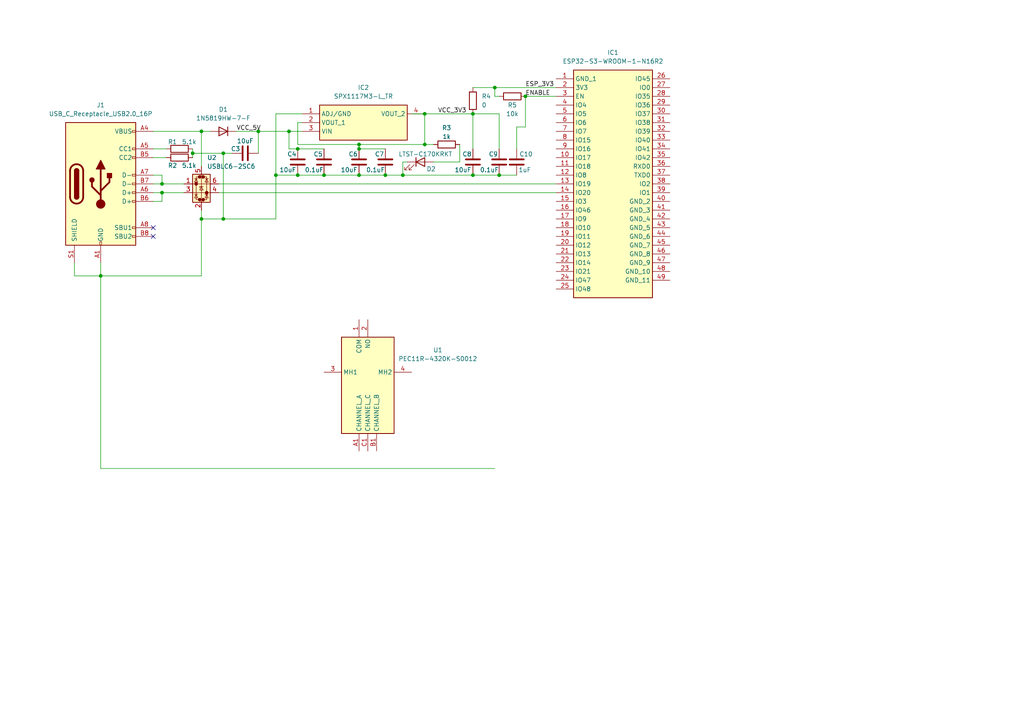
<source format=kicad_sch>
(kicad_sch (version 20250114) (generator "eeschema") (generator_version "9.0")
  (paper "A4")
  (lib_symbols
    (symbol "Connector:USB_C_Receptacle_USB2.0_16P" (pin_names (offset 1.016))
      (property "Reference" "J" (at 0 22.225 0))
      (property "Value" "USB_C_Receptacle_USB2.0_16P" (at 0 19.685 0))
      (symbol "USB_C_Receptacle_USB2.0_16P_0_0"
        (rectangle (start -0.254 -17.78) (end 0.254 -16.764))
        (rectangle (start 10.16 15.494) (end 9.144 14.986))
        (rectangle (start 10.16 10.414) (end 9.144 9.906))
        (rectangle (start 10.16 7.874) (end 9.144 7.366))
        (rectangle (start 10.16 2.794) (end 9.144 2.286))
        (rectangle (start 10.16 0.254) (end 9.144 -0.254))
        (rectangle (start 10.16 -2.286) (end 9.144 -2.794))
        (rectangle (start 10.16 -4.826) (end 9.144 -5.334))
        (rectangle (start 10.16 -12.446) (end 9.144 -12.954))
        (rectangle (start 10.16 -14.986) (end 9.144 -15.494))
      )
      (symbol "USB_C_Receptacle_USB2.0_16P_0_1"
        (rectangle (start -10.16 17.78) (end 10.16 -17.78) (stroke (width 0.254)) (fill (type background)))
        (polyline (pts (xy -8.89 -3.81) (xy -8.89 3.81)) (stroke (width 0.508)))
        (rectangle (start -7.62 -3.81) (end -6.35 3.81) (stroke (width 0.254)) (fill (type outline)))
        (arc (start -7.62 3.81) (mid -6.985 4.4423) (end -6.35 3.81) (stroke (width 0.254)))
        (arc (start -7.62 3.81) (mid -6.985 4.4423) (end -6.35 3.81) (stroke (width 0.254)) (fill (type outline)))
        (arc (start -8.89 3.81) (mid -6.985 5.7067) (end -5.08 3.81) (stroke (width 0.508)))
        (arc (start -5.08 -3.81) (mid -6.985 -5.7067) (end -8.89 -3.81) (stroke (width 0.508)))
        (arc (start -6.35 -3.81) (mid -6.985 -4.4423) (end -7.62 -3.81) (stroke (width 0.254)))
        (arc (start -6.35 -3.81) (mid -6.985 -4.4423) (end -7.62 -3.81) (stroke (width 0.254)) (fill (type outline)))
        (polyline (pts (xy -5.08 3.81) (xy -5.08 -3.81)) (stroke (width 0.508)))
        (circle (center -2.54 1.143) (radius 0.635) (stroke (width 0.254)) (fill (type outline)))
        (polyline (pts (xy -1.27 4.318) (xy 0 6.858) (xy 1.27 4.318) (xy -1.27 4.318)) (stroke (width 0.254)) (fill (type outline)))
        (polyline (pts (xy 0 -2.032) (xy 2.54 0.508) (xy 2.54 1.778)) (stroke (width 0.508)))
        (polyline (pts (xy 0 -3.302) (xy -2.54 -0.762) (xy -2.54 0.508)) (stroke (width 0.508)))
        (polyline (pts (xy 0 -5.842) (xy 0 4.318)) (stroke (width 0.508)))
        (circle (center 0 -5.842) (radius 1.27) (fill (type outline)))
        (rectangle (start 1.905 1.778) (end 3.175 3.048) (stroke (width 0.254)) (fill (type outline)))
      )
      (symbol "USB_C_Receptacle_USB2.0_16P_1_1"
        (pin passive line (at -7.62 -22.86 90) (length 5.08) (name "SHIELD") (number "S1"))
        (pin passive line (at 0 -22.86 90) (length 5.08) (name "GND") (number "A1"))
        (pin passive line (at 0 -22.86 90) (length 5.08) (hide yes) (name "GND") (number "A12"))
        (pin passive line (at 0 -22.86 90) (length 5.08) (hide yes) (name "GND") (number "B1"))
        (pin passive line (at 0 -22.86 90) (length 5.08) (hide yes) (name "GND") (number "B12"))
        (pin passive line (at 15.24 15.24 180) (length 5.08) (name "VBUS") (number "A4"))
        (pin passive line (at 15.24 15.24 180) (length 5.08) (hide yes) (name "VBUS") (number "A9"))
        (pin passive line (at 15.24 15.24 180) (length 5.08) (hide yes) (name "VBUS") (number "B4"))
        (pin passive line (at 15.24 15.24 180) (length 5.08) (hide yes) (name "VBUS") (number "B9"))
        (pin bidirectional line (at 15.24 10.16 180) (length 5.08) (name "CC1") (number "A5"))
        (pin bidirectional line (at 15.24 7.62 180) (length 5.08) (name "CC2") (number "B5"))
        (pin bidirectional line (at 15.24 2.54 180) (length 5.08) (name "D-") (number "A7"))
        (pin bidirectional line (at 15.24 0 180) (length 5.08) (name "D-") (number "B7"))
        (pin bidirectional line (at 15.24 -2.54 180) (length 5.08) (name "D+") (number "A6"))
        (pin bidirectional line (at 15.24 -5.08 180) (length 5.08) (name "D+") (number "B6"))
        (pin bidirectional line (at 15.24 -12.7 180) (length 5.08) (name "SBU1") (number "A8"))
        (pin bidirectional line (at 15.24 -15.24 180) (length 5.08) (name "SBU2") (number "B8"))
      )
    )
    (symbol "Device:C" (pin_numbers (hide yes)) (pin_names (offset 0.254))
      (property "Reference" "C" (at 0.635 2.54 0))
      (property "Value" "C" (at 0.635 -2.54 0))
      (symbol "C_0_1"
        (polyline (pts (xy -2.032 0.762) (xy 2.032 0.762)) (stroke (width 0.508)))
        (polyline (pts (xy -2.032 -0.762) (xy 2.032 -0.762)) (stroke (width 0.508)))
      )
      (symbol "C_1_1"
        (pin passive line (at 0 3.81 270) (length 2.794) (name "~") (number "1"))
        (pin passive line (at 0 -3.81 90) (length 2.794) (name "~") (number "2"))
      )
    )
    (symbol "Device:D" (pin_numbers (hide yes)) (pin_names (offset 1.016) (hide yes))
      (property "Reference" "D" (at 0 2.54 0))
      (property "Value" "D" (at 0 -2.54 0))
      (symbol "D_0_1"
        (polyline (pts (xy -1.27 1.27) (xy -1.27 -1.27)) (stroke (width 0.254)))
        (polyline (pts (xy 1.27 1.27) (xy 1.27 -1.27) (xy -1.27 0) (xy 1.27 1.27)) (stroke (width 0.254)))
        (polyline (pts (xy 1.27 0) (xy -1.27 0)))
      )
      (symbol "D_1_1"
        (pin passive line (at -3.81 0 0) (length 2.54) (name "K") (number "1"))
        (pin passive line (at 3.81 0 180) (length 2.54) (name "A") (number "2"))
      )
    )
    (symbol "Device:LED" (pin_numbers (hide yes)) (pin_names (offset 1.016) (hide yes))
      (property "Reference" "D" (at 0 2.54 0))
      (property "Value" "LED" (at 0 -2.54 0))
      (symbol "LED_0_1"
        (polyline (pts (xy -3.048 -0.762) (xy -4.572 -2.286) (xy -3.81 -2.286) (xy -4.572 -2.286) (xy -4.572 -1.524)))
        (polyline (pts (xy -1.778 -0.762) (xy -3.302 -2.286) (xy -2.54 -2.286) (xy -3.302 -2.286) (xy -3.302 -1.524)))
        (polyline (pts (xy -1.27 0) (xy 1.27 0)))
        (polyline (pts (xy -1.27 -1.27) (xy -1.27 1.27)) (stroke (width 0.254)))
        (polyline (pts (xy 1.27 -1.27) (xy 1.27 1.27) (xy -1.27 0) (xy 1.27 -1.27)) (stroke (width 0.254)))
      )
      (symbol "LED_1_1"
        (pin passive line (at -3.81 0 0) (length 2.54) (name "K") (number "1"))
        (pin passive line (at 3.81 0 180) (length 2.54) (name "A") (number "2"))
      )
    )
    (symbol "Device:R" (pin_numbers (hide yes)) (pin_names (offset 0))
      (property "Reference" "R" (at 2.032 0 90))
      (property "Value" "R" (at 0 0 90))
      (symbol "R_0_1"
        (rectangle (start -1.016 -2.54) (end 1.016 2.54) (stroke (width 0.254)))
      )
      (symbol "R_1_1"
        (pin passive line (at 0 3.81 270) (length 1.27) (name "~") (number "1"))
        (pin passive line (at 0 -3.81 90) (length 1.27) (name "~") (number "2"))
      )
    )
    (symbol "Power_Protection:USBLC6-2SC6" (pin_names (hide yes))
      (property "Reference" "U" (at 0.635 5.715 0))
      (property "Value" "USBLC6-2SC6" (at 0.635 3.81 0))
      (symbol "USBLC6-2SC6_0_0"
        (circle (center -1.524 0) (radius 0.0001) (stroke (width 0.508)))
        (circle (center -0.508 2.032) (radius 0.0001) (stroke (width 0.508)))
        (circle (center -0.508 -4.572) (radius 0.0001) (stroke (width 0.508)))
        (circle (center 0.508 2.032) (radius 0.0001) (stroke (width 0.508)))
        (circle (center 0.508 -4.572) (radius 0.0001) (stroke (width 0.508)))
        (circle (center 1.524 -2.54) (radius 0.0001) (stroke (width 0.508)))
      )
      (symbol "USBLC6-2SC6_0_1"
        (polyline (pts (xy -2.54 0) (xy 2.54 0)))
        (polyline (pts (xy -2.54 -2.54) (xy 2.54 -2.54)))
        (polyline (pts (xy -2.032 0.508) (xy -1.016 0.508) (xy -1.524 1.524) (xy -2.032 0.508)))
        (polyline (pts (xy -2.032 -3.048) (xy -1.016 -3.048)))
        (polyline (pts (xy -1.016 1.524) (xy -2.032 1.524)))
        (polyline (pts (xy -1.016 -4.064) (xy -2.032 -4.064) (xy -1.524 -3.048) (xy -1.016 -4.064)))
        (polyline (pts (xy -0.508 -1.143) (xy -0.508 -0.762) (xy 0.508 -0.762)))
        (polyline (pts (xy 0 2.54) (xy -0.508 2.032) (xy 0.508 2.032) (xy 0 1.524) (xy 0 -4.064) (xy -0.508 -4.572) (xy 0.508 -4.572) (xy 0 -5.08)))
        (polyline (pts (xy 0.508 -1.778) (xy -0.508 -1.778) (xy 0 -0.762) (xy 0.508 -1.778)))
        (polyline (pts (xy 1.016 1.524) (xy 2.032 1.524)))
        (polyline (pts (xy 1.016 -3.048) (xy 2.032 -3.048)))
        (polyline (pts (xy 2.032 0.508) (xy 1.016 0.508) (xy 1.524 1.524) (xy 2.032 0.508)))
        (polyline (pts (xy 2.032 -4.064) (xy 1.016 -4.064) (xy 1.524 -3.048) (xy 2.032 -4.064)))
      )
      (symbol "USBLC6-2SC6_1_1"
        (rectangle (start -2.54 2.794) (end 2.54 -5.334) (stroke (width 0.254)) (fill (type background)))
        (polyline (pts (xy -0.508 2.032) (xy -1.524 2.032) (xy -1.524 -4.572) (xy -0.508 -4.572)))
        (polyline (pts (xy 0.508 -4.572) (xy 1.524 -4.572) (xy 1.524 2.032) (xy 0.508 2.032)))
        (pin passive line (at -5.08 0 0) (length 2.54) (name "I/O1") (number "1"))
        (pin passive line (at -5.08 -2.54 0) (length 2.54) (name "I/O2") (number "3"))
        (pin passive line (at 0 5.08 270) (length 2.54) (name "VBUS") (number "5"))
        (pin passive line (at 0 -7.62 90) (length 2.54) (name "GND") (number "2"))
        (pin passive line (at 5.08 0 180) (length 2.54) (name "I/O1") (number "6"))
        (pin passive line (at 5.08 -2.54 180) (length 2.54) (name "I/O2") (number "4"))
      )
    )
    (symbol "SamacSys_Parts:ESP32-S3-WROOM-1-N16R2"
      (property "Reference" "IC" (at 29.21 7.62 0))
      (property "Value" "ESP32-S3-WROOM-1-N16R2" (at 29.21 5.08 0))
      (symbol "ESP32-S3-WROOM-1-N16R2_1_1"
        (rectangle (start 5.08 2.54) (end 27.94 -63.5) (stroke (width 0.254)) (fill (type background)))
        (pin passive line (at 0 0 0) (length 5.08) (name "GND_1") (number "1"))
        (pin passive line (at 0 -2.54 0) (length 5.08) (name "3V3") (number "2"))
        (pin passive line (at 0 -5.08 0) (length 5.08) (name "EN") (number "3"))
        (pin passive line (at 0 -7.62 0) (length 5.08) (name "IO4") (number "4"))
        (pin passive line (at 0 -10.16 0) (length 5.08) (name "IO5") (number "5"))
        (pin passive line (at 0 -12.7 0) (length 5.08) (name "IO6") (number "6"))
        (pin passive line (at 0 -15.24 0) (length 5.08) (name "IO7") (number "7"))
        (pin passive line (at 0 -17.78 0) (length 5.08) (name "IO15") (number "8"))
        (pin passive line (at 0 -20.32 0) (length 5.08) (name "IO16") (number "9"))
        (pin passive line (at 0 -22.86 0) (length 5.08) (name "IO17") (number "10"))
        (pin passive line (at 0 -25.4 0) (length 5.08) (name "IO18") (number "11"))
        (pin passive line (at 0 -27.94 0) (length 5.08) (name "IO8") (number "12"))
        (pin passive line (at 0 -30.48 0) (length 5.08) (name "IO19") (number "13"))
        (pin passive line (at 0 -33.02 0) (length 5.08) (name "IO20") (number "14"))
        (pin passive line (at 0 -35.56 0) (length 5.08) (name "IO3") (number "15"))
        (pin passive line (at 0 -38.1 0) (length 5.08) (name "IO46") (number "16"))
        (pin passive line (at 0 -40.64 0) (length 5.08) (name "IO9") (number "17"))
        (pin passive line (at 0 -43.18 0) (length 5.08) (name "IO10") (number "18"))
        (pin passive line (at 0 -45.72 0) (length 5.08) (name "IO11") (number "19"))
        (pin passive line (at 0 -48.26 0) (length 5.08) (name "IO12") (number "20"))
        (pin passive line (at 0 -50.8 0) (length 5.08) (name "IO13") (number "21"))
        (pin passive line (at 0 -53.34 0) (length 5.08) (name "IO14") (number "22"))
        (pin passive line (at 0 -55.88 0) (length 5.08) (name "IO21") (number "23"))
        (pin passive line (at 0 -58.42 0) (length 5.08) (name "IO47") (number "24"))
        (pin passive line (at 0 -60.96 0) (length 5.08) (name "IO48") (number "25"))
        (pin passive line (at 33.02 0 180) (length 5.08) (name "IO45") (number "26"))
        (pin passive line (at 33.02 -2.54 180) (length 5.08) (name "IO0") (number "27"))
        (pin passive line (at 33.02 -5.08 180) (length 5.08) (name "IO35") (number "28"))
        (pin passive line (at 33.02 -7.62 180) (length 5.08) (name "IO36") (number "29"))
        (pin passive line (at 33.02 -10.16 180) (length 5.08) (name "IO37") (number "30"))
        (pin passive line (at 33.02 -12.7 180) (length 5.08) (name "IO38") (number "31"))
        (pin passive line (at 33.02 -15.24 180) (length 5.08) (name "IO39") (number "32"))
        (pin passive line (at 33.02 -17.78 180) (length 5.08) (name "IO40") (number "33"))
        (pin passive line (at 33.02 -20.32 180) (length 5.08) (name "IO41") (number "34"))
        (pin passive line (at 33.02 -22.86 180) (length 5.08) (name "IO42") (number "35"))
        (pin passive line (at 33.02 -25.4 180) (length 5.08) (name "RXD0") (number "36"))
        (pin passive line (at 33.02 -27.94 180) (length 5.08) (name "TXD0") (number "37"))
        (pin passive line (at 33.02 -30.48 180) (length 5.08) (name "IO2") (number "38"))
        (pin passive line (at 33.02 -33.02 180) (length 5.08) (name "IO1") (number "39"))
        (pin passive line (at 33.02 -35.56 180) (length 5.08) (name "GND_2") (number "40"))
        (pin passive line (at 33.02 -38.1 180) (length 5.08) (name "GND_3") (number "41"))
        (pin passive line (at 33.02 -40.64 180) (length 5.08) (name "GND_4") (number "42"))
        (pin passive line (at 33.02 -43.18 180) (length 5.08) (name "GND_5") (number "43"))
        (pin passive line (at 33.02 -45.72 180) (length 5.08) (name "GND_6") (number "44"))
        (pin passive line (at 33.02 -48.26 180) (length 5.08) (name "GND_7") (number "45"))
        (pin passive line (at 33.02 -50.8 180) (length 5.08) (name "GND_8") (number "46"))
        (pin passive line (at 33.02 -53.34 180) (length 5.08) (name "GND_9") (number "47"))
        (pin passive line (at 33.02 -55.88 180) (length 5.08) (name "GND_10") (number "48"))
        (pin passive line (at 33.02 -58.42 180) (length 5.08) (name "GND_11") (number "49"))
      )
    )
    (symbol "SamacSys_Parts:PEC11R-4320K-S0012"
      (property "Reference" "U" (at 21.59 15.24 0))
      (property "Value" "PEC11R-4320K-S0012" (at 21.59 12.7 0))
      (symbol "PEC11R-4320K-S0012_1_1"
        (rectangle (start 5.08 10.16) (end 20.32 -17.78) (stroke (width 0.254)) (fill (type background)))
        (pin passive line (at 0 0 0) (length 5.08) (name "MH1") (number "3"))
        (pin passive line (at 10.16 15.24 270) (length 5.08) (name "COM") (number "1"))
        (pin passive line (at 10.16 -22.86 90) (length 5.08) (name "CHANNEL_A") (number "A1"))
        (pin passive line (at 12.7 15.24 270) (length 5.08) (name "NO") (number "2"))
        (pin passive line (at 12.7 -22.86 90) (length 5.08) (name "CHANNEL_C") (number "C1"))
        (pin passive line (at 15.24 -22.86 90) (length 5.08) (name "CHANNEL_B") (number "B1"))
        (pin passive line (at 25.4 0 180) (length 5.08) (name "MH2") (number "4"))
      )
    )
    (symbol "SamacSys_Parts:SPX1117M3-L_TR"
      (property "Reference" "IC" (at 31.75 7.62 0))
      (property "Value" "SPX1117M3-L_TR" (at 31.75 5.08 0))
      (symbol "SPX1117M3-L_TR_1_1"
        (rectangle (start 5.08 2.54) (end 30.48 -7.62) (stroke (width 0.254)) (fill (type background)))
        (pin passive line (at 0 0 0) (length 5.08) (name "ADJ/GND") (number "1"))
        (pin passive line (at 0 -2.54 0) (length 5.08) (name "VOUT_1") (number "2"))
        (pin passive line (at 0 -5.08 0) (length 5.08) (name "VIN") (number "3"))
        (pin passive line (at 35.56 0 180) (length 5.08) (name "VOUT_2") (number "4"))
      )
    )
  )
  (junction (at 46.99 55.88))
  (junction (at 152.4 27.94))
  (junction (at 111.76 50.8))
  (junction (at 137.16 50.8))
  (junction (at 86.36 50.8))
  (junction (at 55.88 44.45))
  (junction (at 104.14 50.8))
  (junction (at 46.99 53.34))
  (junction (at 104.14 43.18))
  (junction (at 116.84 50.8))
  (junction (at 58.42 38.1))
  (junction (at 143.51 25.4))
  (junction (at 64.77 44.45))
  (junction (at 29.21 80.01))
  (junction (at 83.82 38.1))
  (junction (at 104.14 41.91))
  (junction (at 137.16 33.02))
  (junction (at 58.42 63.5))
  (junction (at 144.78 50.8))
  (junction (at 74.93 38.1))
  (junction (at 86.36 43.18))
  (junction (at 80.01 50.8))
  (junction (at 123.19 41.91))
  (junction (at 93.98 50.8))
  (junction (at 64.77 63.5))
  (junction (at 123.19 33.02))
  (no_connect (at 44.45 66.04))
  (no_connect (at 44.45 68.58))
  (wire (pts (xy 116.84 46.99) (xy 116.84 50.8)))
  (wire (pts (xy 83.82 43.18) (xy 86.36 43.18)))
  (wire (pts (xy 119.38 33.02) (xy 123.19 33.02)))
  (wire (pts (xy 46.99 55.88) (xy 53.34 55.88)))
  (wire (pts (xy 44.45 38.1) (xy 58.42 38.1)))
  (wire (pts (xy 104.14 50.8) (xy 111.76 50.8)))
  (wire (pts (xy 149.86 43.18) (xy 149.86 36.83)))
  (wire (pts (xy 44.45 55.88) (xy 46.99 55.88)))
  (wire (pts (xy 68.58 38.1) (xy 74.93 38.1)))
  (wire (pts (xy 44.45 50.8) (xy 46.99 50.8)))
  (wire (pts (xy 44.45 45.72) (xy 48.26 45.72)))
  (wire (pts (xy 21.59 80.01) (xy 29.21 80.01)))
  (wire (pts (xy 144.78 50.8) (xy 149.86 50.8)))
  (wire (pts (xy 55.88 43.18) (xy 55.88 44.45)))
  (wire (pts (xy 63.5 55.88) (xy 161.29 55.88)))
  (wire (pts (xy 86.36 35.56) (xy 86.36 41.91)))
  (wire (pts (xy 55.88 44.45) (xy 55.88 45.72)))
  (wire (pts (xy 116.84 50.8) (xy 111.76 50.8)))
  (wire (pts (xy 123.19 33.02) (xy 137.16 33.02)))
  (wire (pts (xy 58.42 63.5) (xy 58.42 80.01)))
  (wire (pts (xy 152.4 27.94) (xy 161.29 27.94)))
  (wire (pts (xy 87.63 33.02) (xy 80.01 33.02)))
  (wire (pts (xy 80.01 50.8) (xy 80.01 63.5)))
  (wire (pts (xy 58.42 80.01) (xy 29.21 80.01)))
  (wire (pts (xy 21.59 76.2) (xy 21.59 80.01)))
  (wire (pts (xy 46.99 50.8) (xy 46.99 53.34)))
  (wire (pts (xy 29.21 135.89) (xy 143.51 135.89)))
  (wire (pts (xy 137.16 50.8) (xy 144.78 50.8)))
  (wire (pts (xy 44.45 43.18) (xy 48.26 43.18)))
  (wire (pts (xy 58.42 38.1) (xy 60.96 38.1)))
  (wire (pts (xy 58.42 38.1) (xy 58.42 48.26)))
  (wire (pts (xy 125.73 46.99) (xy 133.35 46.99)))
  (wire (pts (xy 87.63 35.56) (xy 86.36 35.56)))
  (wire (pts (xy 58.42 60.96) (xy 58.42 63.5)))
  (wire (pts (xy 123.19 41.91) (xy 125.73 41.91)))
  (wire (pts (xy 55.88 44.45) (xy 64.77 44.45)))
  (wire (pts (xy 143.51 25.4) (xy 161.29 25.4)))
  (wire (pts (xy 143.51 25.4) (xy 143.51 27.94)))
  (wire (pts (xy 144.78 33.02) (xy 144.78 43.18)))
  (wire (pts (xy 152.4 36.83) (xy 152.4 27.94)))
  (wire (pts (xy 137.16 33.02) (xy 144.78 33.02)))
  (wire (pts (xy 64.77 44.45) (xy 64.77 63.5)))
  (wire (pts (xy 86.36 43.18) (xy 93.98 43.18)))
  (wire (pts (xy 80.01 50.8) (xy 86.36 50.8)))
  (wire (pts (xy 64.77 44.45) (xy 67.31 44.45)))
  (wire (pts (xy 80.01 63.5) (xy 64.77 63.5)))
  (wire (pts (xy 29.21 80.01) (xy 29.21 135.89)))
  (wire (pts (xy 83.82 38.1) (xy 87.63 38.1)))
  (wire (pts (xy 29.21 76.2) (xy 29.21 80.01)))
  (wire (pts (xy 104.14 41.91) (xy 104.14 43.18)))
  (wire (pts (xy 74.93 38.1) (xy 83.82 38.1)))
  (wire (pts (xy 74.93 38.1) (xy 74.93 44.45)))
  (wire (pts (xy 46.99 53.34) (xy 53.34 53.34)))
  (wire (pts (xy 104.14 41.91) (xy 123.19 41.91)))
  (wire (pts (xy 86.36 50.8) (xy 93.98 50.8)))
  (wire (pts (xy 44.45 58.42) (xy 46.99 58.42)))
  (wire (pts (xy 83.82 38.1) (xy 83.82 43.18)))
  (wire (pts (xy 86.36 41.91) (xy 104.14 41.91)))
  (wire (pts (xy 137.16 25.4) (xy 143.51 25.4)))
  (wire (pts (xy 93.98 50.8) (xy 104.14 50.8)))
  (wire (pts (xy 63.5 53.34) (xy 161.29 53.34)))
  (wire (pts (xy 123.19 41.91) (xy 123.19 33.02)))
  (wire (pts (xy 133.35 41.91) (xy 133.35 46.99)))
  (wire (pts (xy 116.84 46.99) (xy 118.11 46.99)))
  (wire (pts (xy 64.77 63.5) (xy 58.42 63.5)))
  (wire (pts (xy 104.14 43.18) (xy 111.76 43.18)))
  (wire (pts (xy 149.86 36.83) (xy 152.4 36.83)))
  (wire (pts (xy 137.16 33.02) (xy 137.16 43.18)))
  (wire (pts (xy 80.01 33.02) (xy 80.01 50.8)))
  (wire (pts (xy 44.45 53.34) (xy 46.99 53.34)))
  (wire (pts (xy 116.84 50.8) (xy 137.16 50.8)))
  (wire (pts (xy 143.51 27.94) (xy 144.78 27.94)))
  (wire (pts (xy 46.99 58.42) (xy 46.99 55.88)))
  (label "VCC_3V3" (at 127 33.02 0))
  (label "ENABLE" (at 152.4 27.94 0))
  (label "VCC_5V" (at 68.58 38.1 0))
  (label "ESP_3V3" (at 152.4 25.4 0))
  (symbol (lib_id "Device:C") (at 71.12 44.45 90) (unit 1)
    (property "Reference" "C3" (at 68.326 43.18 90))
    (property "Value" "10uF" (at 71.12 40.894 90))
    (property "Footprint" "Capacitor_SMD:C_0805_2012Metric_Pad1.18x1.45mm_HandSolder" (effects (hide yes)))
    (property "Description" "Unpolarized capacitor" (effects (hide yes)))
  )
  (symbol (lib_id "Device:D") (at 64.77 38.1 180) (unit 1)
    (property "Reference" "D1" (at 64.77 31.75 0))
    (property "Value" "1N5819HW-7-F" (at 64.77 34.29 0))
    (property "Footprint" "Diode_SMD:D_SOD-123" (effects (hide yes)))
    (property "Description" "Diode" (effects (hide yes)))
    (property "Sim.Device" "D" (effects (hide yes)))
    (property "Sim.Pins" "1=K 2=A" (effects (hide yes)))
  )
  (symbol (lib_id "Device:LED") (at 121.92 46.99 0) (unit 1)
    (property "Reference" "D2" (at 123.698 49.022 0) (effects (justify left)))
    (property "Value" "LTST-C170KRKT" (at 115.57 44.704 0) (effects (justify left)))
    (property "Footprint" "LED_SMD:LED_0805_2012Metric_Pad1.15x1.40mm_HandSolder" (effects (hide yes)))
    (property "Description" "Light emitting diode" (effects (hide yes)))
    (property "Sim.Pins" "1=K 2=A" (effects (hide yes)))
  )
  (symbol (lib_id "Device:R") (at 137.16 29.21 0) (unit 1)
    (property "Reference" "R4" (at 139.7 27.9399 0) (effects (justify left)))
    (property "Value" "0" (at 139.7 30.4799 0) (effects (justify left)))
    (property "Footprint" "Resistor_SMD:R_0201_0603Metric_Pad0.64x0.40mm_HandSolder" (effects (hide yes)))
    (property "Description" "Resistor" (effects (hide yes)))
  )
  (symbol (lib_id "Connector:USB_C_Receptacle_USB2.0_16P") (at 29.21 53.34 0) (unit 1)
    (property "Reference" "J1" (at 29.21 30.48 0))
    (property "Value" "USB_C_Receptacle_USB2.0_16P" (at 29.21 33.02 0))
    (property "Footprint" "Connector_USB:USB_C_Receptacle_GCT_USB4085" (effects (hide yes)))
    (property "Datasheet" "https://www.usb.org/sites/default/files/documents/usb_type-c.zip" (effects (hide yes)))
    (property "Description" "USB 2.0-only 16P Type-C Receptacle connector" (effects (hide yes)))
  )
  (symbol (lib_id "Device:C") (at 149.86 46.99 0) (unit 1)
    (property "Reference" "C10" (at 150.622 44.704 0) (effects (justify left)))
    (property "Value" "1uF" (at 150.368 49.276 0) (effects (justify left)))
    (property "Footprint" "Capacitor_SMD:C_0603_1608Metric_Pad1.08x0.95mm_HandSolder" (effects (hide yes)))
    (property "Description" "Unpolarized capacitor" (effects (hide yes)))
  )
  (symbol (lib_id "SamacSys_Parts:PEC11R-4320K-S0012") (at 93.98 107.95 0) (unit 1)
    (property "Reference" "U1" (at 127 101.5298 0))
    (property "Value" "PEC11R-4320K-S0012" (at 127 104.0698 0))
    (property "Footprint" "SamacSys_Parts:PEC11R4320KS0012" (effects (hide yes)))
    (property "Datasheet" "https://www.bourns.com/docs/product-datasheets/pec11r.pdf?sfvrsn=bb617cbf_14" (effects (hide yes)))
    (property "Description" "Rotary Encoder PC Pin 5 VDC 12 Detent Contacting Encoders PCB Mount 2 Channel" (effects (hide yes)))
    (property "Height" "26.5" (effects (hide yes)))
    (property "Manufacturer_Name" "Bourns" (effects (hide yes)))
    (property "Manufacturer_Part_Number" "PEC11R-4320K-S0012" (effects (hide yes)))
    (property "Mouser Part Number" "652-PEC11R-4320K-S12" (effects (hide yes)))
    (property "Mouser Price/Stock" "https://www.mouser.co.uk/ProductDetail/Bourns/PEC11R-4320K-S0012?qs=pZIKbki37ppeSMwc4T2E2Q%3D%3D" (effects (hide yes)))
  )
  (symbol (lib_id "Device:C") (at 86.36 46.99 0) (unit 1)
    (property "Reference" "C4" (at 83.312 44.704 0) (effects (justify left)))
    (property "Value" "10uF" (at 81.026 49.276 0) (effects (justify left)))
    (property "Footprint" "Capacitor_SMD:C_0805_2012Metric_Pad1.18x1.45mm_HandSolder" (effects (hide yes)))
    (property "Description" "Unpolarized capacitor" (effects (hide yes)))
  )
  (symbol (lib_id "SamacSys_Parts:SPX1117M3-L_TR") (at 87.63 33.02 0) (unit 1)
    (property "Reference" "IC2" (at 105.41 25.4 0))
    (property "Value" "SPX1117M3-L_TR" (at 105.41 27.94 0))
    (property "Footprint" "SamacSys_Parts:SOT230P700X180-4N" (effects (hide yes)))
    (property "Datasheet" "https://www.arrow.com/en/products/spx1117m3-ltr/maxlinear-inc" (effects (hide yes)))
    (property "Description" "LDO Voltage Regulators 800mALOW DROPOUT" (effects (hide yes)))
    (property "Height" "1.8" (effects (hide yes)))
    (property "Manufacturer_Name" "MaxLinear, Inc." (effects (hide yes)))
    (property "Manufacturer_Part_Number" "SPX1117M3-L/TR" (effects (hide yes)))
    (property "Mouser Part Number" "701-SPX1117M3-L/TR" (effects (hide yes)))
    (property "Mouser Price/Stock" "https://www.mouser.co.uk/ProductDetail/MaxLinear/SPX1117M3-L-TR?qs=S%2FCBhQS5rCrAuP2Q%252BV2BLw%3D%3D" (effects (hide yes)))
    (property "Arrow Part Number" "SPX1117M3-L/TR" (effects (hide yes)))
    (property "Arrow Price/Stock" "https://www.arrow.com/en/products/spx1117m3-ltr/maxlinear-inc?utm_currency=USD&region=nac" (effects (hide yes)))
  )
  (symbol (lib_id "Device:C") (at 111.76 46.99 0) (unit 1)
    (property "Reference" "C7" (at 108.712 44.704 0) (effects (justify left)))
    (property "Value" "0.1uF" (at 106.172 49.276 0) (effects (justify left)))
    (property "Footprint" "Capacitor_SMD:C_0603_1608Metric_Pad1.08x0.95mm_HandSolder" (effects (hide yes)))
    (property "Description" "Unpolarized capacitor" (effects (hide yes)))
  )
  (symbol (lib_id "Device:C") (at 104.14 46.99 0) (unit 1)
    (property "Reference" "C6" (at 101.092 44.704 0) (effects (justify left)))
    (property "Value" "10uF" (at 98.806 49.276 0) (effects (justify left)))
    (property "Footprint" "Capacitor_SMD:C_0805_2012Metric_Pad1.18x1.45mm_HandSolder" (effects (hide yes)))
    (property "Description" "Unpolarized capacitor" (effects (hide yes)))
  )
  (symbol (lib_id "Device:C") (at 137.16 46.99 0) (unit 1)
    (property "Reference" "C8" (at 134.112 44.704 0) (effects (justify left)))
    (property "Value" "10uF" (at 131.826 49.276 0) (effects (justify left)))
    (property "Footprint" "Capacitor_SMD:C_0805_2012Metric_Pad1.18x1.45mm_HandSolder" (effects (hide yes)))
    (property "Description" "Unpolarized capacitor" (effects (hide yes)))
  )
  (symbol (lib_id "Device:R") (at 129.54 41.91 270) (unit 1)
    (property "Reference" "R3" (at 129.54 37.084 90))
    (property "Value" "1k" (at 129.54 39.624 90))
    (property "Footprint" "Resistor_SMD:R_0201_0603Metric_Pad0.64x0.40mm_HandSolder" (effects (hide yes)))
    (property "Description" "Resistor" (effects (hide yes)))
  )
  (symbol (lib_id "Device:C") (at 144.78 46.99 0) (unit 1)
    (property "Reference" "C9" (at 141.732 44.704 0) (effects (justify left)))
    (property "Value" "0.1uF" (at 139.192 49.276 0) (effects (justify left)))
    (property "Footprint" "Capacitor_SMD:C_0603_1608Metric_Pad1.08x0.95mm_HandSolder" (effects (hide yes)))
    (property "Description" "Unpolarized capacitor" (effects (hide yes)))
  )
  (symbol (lib_id "Power_Protection:USBLC6-2SC6") (at 58.42 53.34 0) (unit 1)
    (property "Reference" "U2" (at 60.0711 45.72 0) (effects (justify left)))
    (property "Value" "USBLC6-2SC6" (at 60.0711 48.26 0) (effects (justify left)))
    (property "Footprint" "Package_TO_SOT_SMD:SOT-23-6" (effects (hide yes)))
    (property "Datasheet" "https://www.st.com/resource/en/datasheet/usblc6-2.pdf" (effects (hide yes)))
    (property "Description" "Very low capacitance ESD protection diode, 2 data-line, SOT-23-6" (effects (hide yes)))
  )
  (symbol (lib_id "SamacSys_Parts:ESP32-S3-WROOM-1-N16R2") (at 161.29 22.86 0) (unit 1)
    (property "Reference" "IC1" (at 177.8 15.24 0))
    (property "Value" "ESP32-S3-WROOM-1-N16R2" (at 177.8 17.78 0))
    (property "Footprint" "SamacSys_Parts:ESP32S3WROOM1N16R2" (effects (hide yes)))
    (property "Datasheet" "https://www.espressif.com/sites/default/files/documentation/esp32-s3-wroom-1_wroom-1u_datasheet_en.pdf" (effects (hide yes)))
    (property "Description" "Bluetooth, WiFi 802.11b/g/n, Bluetooth v5.0 Transceiver Module 2.4GHz PCB Trace Surface Mount , 3V ~ 3.6V , 95mA ~ 97mA , -40C ~ 85C (TA)" (effects (hide yes)))
    (property "Height" "3.25" (effects (hide yes)))
    (property "Manufacturer_Name" "Espressif Systems" (effects (hide yes)))
    (property "Manufacturer_Part_Number" "ESP32-S3-WROOM-1-N16R2" (effects (hide yes)))
    (property "Mouser Part Number" "356-ESP32S3WRM1N16R2" (effects (hide yes)))
    (property "Mouser Price/Stock" "https://www.mouser.co.uk/ProductDetail/Espressif-Systems/ESP32-S3-WROOM-1-N16R2?qs=Li%252BoUPsLEnvy1bxV65eH%2Fw%3D%3D" (effects (hide yes)))
  )
  (symbol (lib_id "Device:R") (at 148.59 27.94 90) (unit 1)
    (property "Reference" "R5" (at 148.59 30.48 90))
    (property "Value" "10k" (at 148.59 33.02 90))
    (property "Footprint" "Resistor_SMD:R_0201_0603Metric_Pad0.64x0.40mm_HandSolder" (effects (hide yes)))
    (property "Description" "Resistor" (effects (hide yes)))
  )
  (symbol (lib_id "Device:R") (at 52.07 43.18 90) (unit 1)
    (property "Reference" "R1" (at 50.038 41.148 90))
    (property "Value" "5.1k" (at 54.864 41.148 90))
    (property "Footprint" "Resistor_SMD:R_0201_0603Metric_Pad0.64x0.40mm_HandSolder" (effects (hide yes)))
    (property "Description" "Resistor" (effects (hide yes)))
  )
  (symbol (lib_id "Device:C") (at 93.98 46.99 0) (unit 1)
    (property "Reference" "C5" (at 90.932 44.704 0) (effects (justify left)))
    (property "Value" "0.1uF" (at 88.392 49.276 0) (effects (justify left)))
    (property "Footprint" "Capacitor_SMD:C_0603_1608Metric_Pad1.08x0.95mm_HandSolder" (effects (hide yes)))
    (property "Description" "Unpolarized capacitor" (effects (hide yes)))
  )
  (symbol (lib_id "Device:R") (at 52.07 45.72 90) (unit 1)
    (property "Reference" "R2" (at 50.038 48.006 90))
    (property "Value" "5.1k" (at 54.864 48.006 90))
    (property "Footprint" "Resistor_SMD:R_0201_0603Metric_Pad0.64x0.40mm_HandSolder" (effects (hide yes)))
    (property "Description" "Resistor" (effects (hide yes)))
  )
)
</source>
